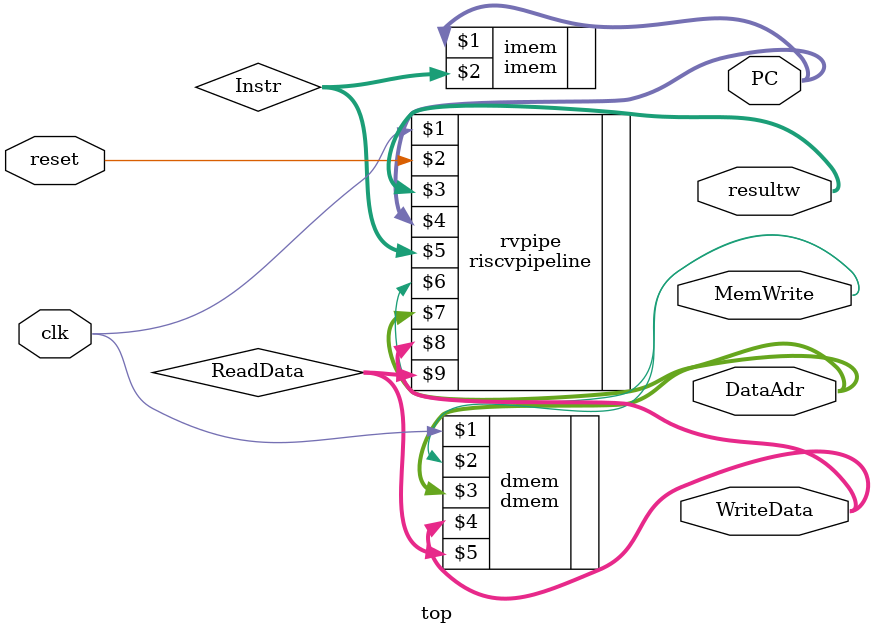
<source format=v>
`timescale 1ps / 1ps


module top(input wire clk, reset,
 output wire [31:0] resultw,WriteData, DataAdr,
 output wire MemWrite,
 output  wire [31:0] PC);
 wire [31:0] Instr, ReadData;
  
 
 // instantiate processor and memories
 riscvpipeline rvpipe(clk, reset,resultw, PC, Instr, MemWrite, DataAdr, WriteData, ReadData);
 
 imem imem(PC, Instr);
 
 dmem dmem(clk, MemWrite, DataAdr, WriteData, ReadData);
 
endmodule














</source>
